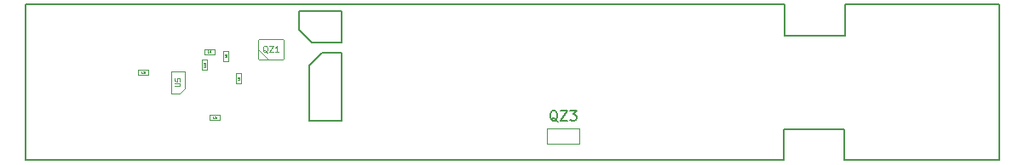
<source format=gbr>
G04 #@! TF.FileFunction,Other,Fab,Top*
%FSLAX46Y46*%
G04 Gerber Fmt 4.6, Leading zero omitted, Abs format (unit mm)*
G04 Created by KiCad (PCBNEW 4.0.2+dfsg1-stable) date mar 18 dic 2018 09:18:01 CET*
%MOMM*%
G01*
G04 APERTURE LIST*
%ADD10C,0.100000*%
%ADD11C,0.200000*%
%ADD12C,0.030000*%
%ADD13C,0.090000*%
%ADD14C,0.150000*%
%ADD15C,0.075000*%
G04 APERTURE END LIST*
D10*
D11*
X173690280Y-115443000D02*
X98295460Y-115443000D01*
X195072000Y-115443000D02*
X179682660Y-115443000D01*
X179682660Y-112410240D02*
X179682660Y-115443000D01*
X173692820Y-112410240D02*
X179682660Y-112410240D01*
X173692820Y-112410240D02*
X173692820Y-115437920D01*
X173776640Y-99949000D02*
X98298000Y-99949000D01*
X195072000Y-99949000D02*
X179778660Y-99949000D01*
X179778660Y-99949000D02*
X179778660Y-103047800D01*
X173776640Y-103047800D02*
X179778660Y-103047800D01*
X173776640Y-99949000D02*
X173776640Y-103047800D01*
X98298000Y-115443000D02*
X98298000Y-99949000D01*
X195072000Y-99949000D02*
X195072000Y-115443000D01*
X126770000Y-103781240D02*
X125500000Y-102511240D01*
X125500000Y-102511240D02*
X125500000Y-100581240D01*
X125500000Y-100581240D02*
X129750000Y-100581240D01*
X129750000Y-100581240D02*
X129750000Y-103781240D01*
X129750000Y-103781240D02*
X126770000Y-103781240D01*
D10*
X115852360Y-105474300D02*
X116352360Y-105474300D01*
X115852360Y-106474300D02*
X115852360Y-105474300D01*
X116352360Y-106474300D02*
X115852360Y-106474300D01*
X116352360Y-105474300D02*
X116352360Y-106474300D01*
X121544900Y-103418360D02*
X123844900Y-103418360D01*
X123844900Y-103418360D02*
X123944900Y-103518360D01*
X123944900Y-103518360D02*
X123944900Y-105318360D01*
X123944900Y-105318360D02*
X123844900Y-105418360D01*
X123844900Y-105418360D02*
X121544900Y-105418360D01*
X121544900Y-105418360D02*
X121444900Y-105318360D01*
X121444900Y-105318360D02*
X121444900Y-103518360D01*
X121444900Y-103518360D02*
X121544900Y-103418360D01*
X121444900Y-104418360D02*
X122444900Y-105418360D01*
X150163000Y-112305000D02*
X150163000Y-113805000D01*
X153363000Y-112305000D02*
X153363000Y-113805000D01*
X150163000Y-112305000D02*
X153363000Y-112305000D01*
X150163000Y-113805000D02*
X153363000Y-113805000D01*
D11*
X126518020Y-106048360D02*
X127788020Y-104778360D01*
X127788020Y-104778360D02*
X129718020Y-104778360D01*
X129718020Y-104778360D02*
X129718020Y-111528360D01*
X129718020Y-111528360D02*
X126518020Y-111528360D01*
X126518020Y-111528360D02*
X126518020Y-106048360D01*
D10*
X116598460Y-111474060D02*
X116598460Y-110974060D01*
X117598460Y-111474060D02*
X116598460Y-111474060D01*
X117598460Y-110974060D02*
X117598460Y-111474060D01*
X116598460Y-110974060D02*
X117598460Y-110974060D01*
X112753780Y-108821400D02*
X113603780Y-108821400D01*
X114103780Y-108321400D02*
X114103780Y-106621400D01*
X112753780Y-108821400D02*
X112753780Y-106621400D01*
X112753780Y-106621400D02*
X114103780Y-106621400D01*
X113603780Y-108821400D02*
X114103780Y-108321400D01*
X116077760Y-104890380D02*
X116077760Y-104390380D01*
X117077760Y-104890380D02*
X116077760Y-104890380D01*
X117077760Y-104390380D02*
X117077760Y-104890380D01*
X116077760Y-104390380D02*
X117077760Y-104390380D01*
X117958020Y-104582760D02*
X118458020Y-104582760D01*
X117958020Y-105582760D02*
X117958020Y-104582760D01*
X118458020Y-105582760D02*
X117958020Y-105582760D01*
X118458020Y-104582760D02*
X118458020Y-105582760D01*
X119738180Y-107815000D02*
X119238180Y-107815000D01*
X119738180Y-106815000D02*
X119738180Y-107815000D01*
X119238180Y-106815000D02*
X119738180Y-106815000D01*
X119238180Y-107815000D02*
X119238180Y-106815000D01*
X109494700Y-106955400D02*
X109494700Y-106455400D01*
X110494700Y-106955400D02*
X109494700Y-106955400D01*
X110494700Y-106455400D02*
X110494700Y-106955400D01*
X109494700Y-106455400D02*
X110494700Y-106455400D01*
D12*
X116192836Y-106102871D02*
X116192836Y-106198109D01*
X115992836Y-106198109D01*
X116192836Y-105931442D02*
X116192836Y-106045728D01*
X116192836Y-105988585D02*
X115992836Y-105988585D01*
X116021408Y-106007633D01*
X116040455Y-106026680D01*
X116049979Y-106045728D01*
X116192836Y-105740966D02*
X116192836Y-105855252D01*
X116192836Y-105798109D02*
X115992836Y-105798109D01*
X116021408Y-105817157D01*
X116040455Y-105836204D01*
X116049979Y-105855252D01*
D13*
X122352043Y-104746931D02*
X122294900Y-104718360D01*
X122237757Y-104661217D01*
X122152043Y-104575503D01*
X122094900Y-104546931D01*
X122037757Y-104546931D01*
X122066329Y-104689789D02*
X122009186Y-104661217D01*
X121952043Y-104604074D01*
X121923472Y-104489789D01*
X121923472Y-104289789D01*
X121952043Y-104175503D01*
X122009186Y-104118360D01*
X122066329Y-104089789D01*
X122180615Y-104089789D01*
X122237757Y-104118360D01*
X122294900Y-104175503D01*
X122323472Y-104289789D01*
X122323472Y-104489789D01*
X122294900Y-104604074D01*
X122237757Y-104661217D01*
X122180615Y-104689789D01*
X122066329Y-104689789D01*
X122523471Y-104089789D02*
X122923471Y-104089789D01*
X122523471Y-104689789D01*
X122923471Y-104689789D01*
X123466329Y-104689789D02*
X123123472Y-104689789D01*
X123294900Y-104689789D02*
X123294900Y-104089789D01*
X123237757Y-104175503D01*
X123180615Y-104232646D01*
X123123472Y-104261217D01*
D14*
X151191572Y-111602619D02*
X151096334Y-111555000D01*
X151001096Y-111459762D01*
X150858239Y-111316905D01*
X150763000Y-111269286D01*
X150667762Y-111269286D01*
X150715381Y-111507381D02*
X150620143Y-111459762D01*
X150524905Y-111364524D01*
X150477286Y-111174048D01*
X150477286Y-110840714D01*
X150524905Y-110650238D01*
X150620143Y-110555000D01*
X150715381Y-110507381D01*
X150905858Y-110507381D01*
X151001096Y-110555000D01*
X151096334Y-110650238D01*
X151143953Y-110840714D01*
X151143953Y-111174048D01*
X151096334Y-111364524D01*
X151001096Y-111459762D01*
X150905858Y-111507381D01*
X150715381Y-111507381D01*
X151477286Y-110507381D02*
X152143953Y-110507381D01*
X151477286Y-111507381D01*
X152143953Y-111507381D01*
X152429667Y-110507381D02*
X153048715Y-110507381D01*
X152715381Y-110888333D01*
X152858239Y-110888333D01*
X152953477Y-110935952D01*
X153001096Y-110983571D01*
X153048715Y-111078810D01*
X153048715Y-111316905D01*
X153001096Y-111412143D01*
X152953477Y-111459762D01*
X152858239Y-111507381D01*
X152572524Y-111507381D01*
X152477286Y-111459762D01*
X152429667Y-111412143D01*
D12*
X117065127Y-111314536D02*
X116969889Y-111314536D01*
X116969889Y-111114536D01*
X117122270Y-111133584D02*
X117131794Y-111124060D01*
X117150842Y-111114536D01*
X117198461Y-111114536D01*
X117217508Y-111124060D01*
X117227032Y-111133584D01*
X117236556Y-111152631D01*
X117236556Y-111171679D01*
X117227032Y-111200250D01*
X117112746Y-111314536D01*
X117236556Y-111314536D01*
D15*
X113154970Y-108102352D02*
X113559732Y-108102352D01*
X113607351Y-108078543D01*
X113631161Y-108054733D01*
X113654970Y-108007114D01*
X113654970Y-107911876D01*
X113631161Y-107864257D01*
X113607351Y-107840448D01*
X113559732Y-107816638D01*
X113154970Y-107816638D01*
X113154970Y-107340447D02*
X113154970Y-107578542D01*
X113393066Y-107602352D01*
X113369256Y-107578542D01*
X113345447Y-107530923D01*
X113345447Y-107411876D01*
X113369256Y-107364257D01*
X113393066Y-107340447D01*
X113440685Y-107316638D01*
X113559732Y-107316638D01*
X113607351Y-107340447D01*
X113631161Y-107364257D01*
X113654970Y-107411876D01*
X113654970Y-107530923D01*
X113631161Y-107578542D01*
X113607351Y-107602352D01*
D12*
X116544427Y-104730856D02*
X116449189Y-104730856D01*
X116449189Y-104530856D01*
X116696808Y-104597523D02*
X116696808Y-104730856D01*
X116649189Y-104521332D02*
X116601570Y-104664190D01*
X116725380Y-104664190D01*
X118298496Y-105116093D02*
X118298496Y-105211331D01*
X118098496Y-105211331D01*
X118098496Y-104954188D02*
X118098496Y-105049426D01*
X118193734Y-105058950D01*
X118184210Y-105049426D01*
X118174687Y-105030378D01*
X118174687Y-104982759D01*
X118184210Y-104963712D01*
X118193734Y-104954188D01*
X118212782Y-104944664D01*
X118260401Y-104944664D01*
X118279449Y-104954188D01*
X118288972Y-104963712D01*
X118298496Y-104982759D01*
X118298496Y-105030378D01*
X118288972Y-105049426D01*
X118279449Y-105058950D01*
X119578656Y-107348333D02*
X119578656Y-107443571D01*
X119378656Y-107443571D01*
X119578656Y-107176904D02*
X119578656Y-107291190D01*
X119578656Y-107234047D02*
X119378656Y-107234047D01*
X119407228Y-107253095D01*
X119426275Y-107272142D01*
X119435799Y-107291190D01*
X109961367Y-106795876D02*
X109866129Y-106795876D01*
X109866129Y-106595876D01*
X110008986Y-106595876D02*
X110132796Y-106595876D01*
X110066129Y-106672067D01*
X110094701Y-106672067D01*
X110113748Y-106681590D01*
X110123272Y-106691114D01*
X110132796Y-106710162D01*
X110132796Y-106757781D01*
X110123272Y-106776829D01*
X110113748Y-106786352D01*
X110094701Y-106795876D01*
X110037558Y-106795876D01*
X110018510Y-106786352D01*
X110008986Y-106776829D01*
M02*

</source>
